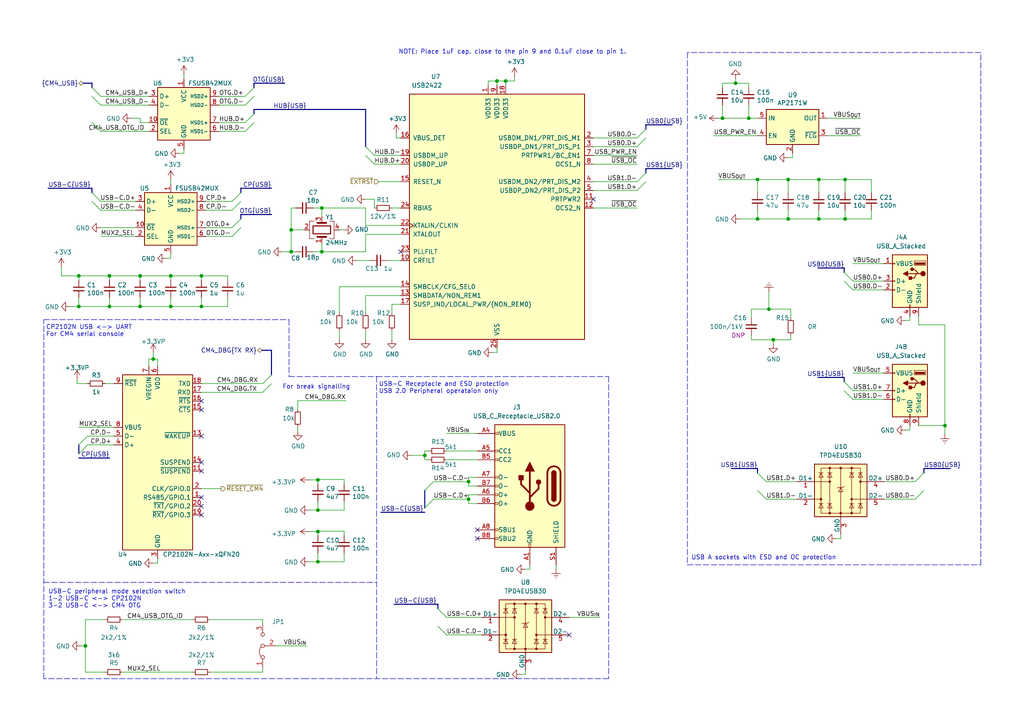
<source format=kicad_sch>
(kicad_sch (version 20210406) (generator eeschema)
  (paper "A4")
  (title_block (title "USB 2.0 host/USB 2.0 device") (date "2021-01-12") (rev "0.1") (company "Nabu Casa") (comment 1 "www.nabucasa.com") (comment 2 "Light Blue"))
  (bus_alias "I2C" (members "SDA" "SCL"))
  (bus_alias "USB" (members "D+" "D-"))
  (bus_alias "CM4_USB" (members "CM4_USB_D+" "CM4_USB_D-" "CM4_USB_OTG_ID"))
  (junction (at 22.86 80.01) (diameter 0.9144))
  (junction (at 22.86 88.9) (diameter 0.9144))
  (junction (at 24.765 187.325) (diameter 0.9144))
  (junction (at 31.75 80.01) (diameter 0.9144))
  (junction (at 31.75 88.9) (diameter 0.9144))
  (junction (at 40.64 80.01) (diameter 0.9144))
  (junction (at 40.64 88.9) (diameter 0.9144))
  (junction (at 44.45 104.14) (diameter 0.9144))
  (junction (at 49.53 80.01) (diameter 0.9144))
  (junction (at 49.53 88.9) (diameter 0.9144))
  (junction (at 58.42 80.01) (diameter 0.9144))
  (junction (at 58.42 88.9) (diameter 0.9144))
  (junction (at 84.455 66.675) (diameter 0.9144))
  (junction (at 84.455 73.025) (diameter 0.9144))
  (junction (at 92.202 139.192) (diameter 0.9144))
  (junction (at 92.202 147.955) (diameter 0.9144))
  (junction (at 92.202 154.178) (diameter 0.9144))
  (junction (at 92.202 162.941) (diameter 0.9144))
  (junction (at 93.345 60.325) (diameter 0.9144))
  (junction (at 93.345 73.025) (diameter 0.9144))
  (junction (at 123.19 132.08) (diameter 0.9144))
  (junction (at 135.89 139.7) (diameter 0.9144))
  (junction (at 135.89 144.78) (diameter 0.9144))
  (junction (at 144.145 23.495) (diameter 0.9144))
  (junction (at 146.685 23.495) (diameter 0.9144))
  (junction (at 209.55 34.29) (diameter 0.9144))
  (junction (at 213.36 24.13) (diameter 0.9144))
  (junction (at 217.17 34.29) (diameter 0.9144))
  (junction (at 219.71 52.07) (diameter 0.9144))
  (junction (at 219.71 63.5) (diameter 0.9144))
  (junction (at 223.012 89.662) (diameter 0.9144))
  (junction (at 224.282 98.552) (diameter 0.9144))
  (junction (at 228.6 52.07) (diameter 0.9144))
  (junction (at 228.6 63.5) (diameter 0.9144))
  (junction (at 237.49 52.07) (diameter 0.9144))
  (junction (at 237.49 63.5) (diameter 0.9144))
  (junction (at 245.11 52.07) (diameter 0.9144))
  (junction (at 245.11 63.5) (diameter 0.9144))
  (junction (at 274.066 123.444) (diameter 0.9144))
  (no_connect (at 58.42 116.332))
  (no_connect (at 58.42 118.872))
  (no_connect (at 58.42 126.492))
  (no_connect (at 58.42 134.112))
  (no_connect (at 58.42 136.652))
  (no_connect (at 58.42 144.272))
  (no_connect (at 58.42 146.812))
  (no_connect (at 58.42 149.352))
  (no_connect (at 116.205 73.025))
  (no_connect (at 138.43 153.67))
  (no_connect (at 138.43 156.21))
  (no_connect (at 165.1 184.15))
  (no_connect (at 172.085 57.785))
  (bus_entry (at 22.86 129.032) (size 2.54 -2.54) (stroke (width 0.1524)))
  (bus_entry (at 22.86 131.572) (size 2.54 -2.54) (stroke (width 0.1524)))
  (bus_entry (at 26.67 25.4) (size 2.54 2.54) (stroke (width 0.1524)))
  (bus_entry (at 26.67 27.94) (size 2.54 2.54) (stroke (width 0.1524)))
  (bus_entry (at 26.67 35.56) (size 2.54 2.54) (stroke (width 0.1524)))
  (bus_entry (at 26.67 55.88) (size 2.54 2.54) (stroke (width 0.1524)))
  (bus_entry (at 26.67 58.42) (size 2.54 2.54) (stroke (width 0.1524)))
  (bus_entry (at 69.85 55.88) (size -2.54 2.54) (stroke (width 0.1524)))
  (bus_entry (at 69.85 58.42) (size -2.54 2.54) (stroke (width 0.1524)))
  (bus_entry (at 69.85 63.5) (size -2.54 2.54) (stroke (width 0.1524)))
  (bus_entry (at 69.85 66.04) (size -2.54 2.54) (stroke (width 0.1524)))
  (bus_entry (at 73.66 25.4) (size -2.54 2.54) (stroke (width 0.1524)))
  (bus_entry (at 73.66 27.94) (size -2.54 2.54) (stroke (width 0.1524)))
  (bus_entry (at 73.66 33.02) (size -2.54 2.54) (stroke (width 0.1524)))
  (bus_entry (at 73.66 35.56) (size -2.54 2.54) (stroke (width 0.1524)))
  (bus_entry (at 76.2 111.252) (size 2.54 -2.54) (stroke (width 0.1524)))
  (bus_entry (at 76.2 113.792) (size 2.54 -2.54) (stroke (width 0.1524)))
  (bus_entry (at 106.045 42.545) (size 2.54 2.54) (stroke (width 0.1524)))
  (bus_entry (at 106.045 45.085) (size 2.54 2.54) (stroke (width 0.1524)))
  (bus_entry (at 123.19 142.24) (size 2.54 -2.54) (stroke (width 0.1524)))
  (bus_entry (at 123.19 147.32) (size 2.54 -2.54) (stroke (width 0.1524)))
  (bus_entry (at 127 176.53) (size 2.54 2.54) (stroke (width 0.1524)))
  (bus_entry (at 127 181.61) (size 2.54 2.54) (stroke (width 0.1524)))
  (bus_entry (at 184.785 40.005) (size 2.54 -2.54) (stroke (width 0.1524)))
  (bus_entry (at 184.785 42.545) (size 2.54 -2.54) (stroke (width 0.1524)))
  (bus_entry (at 184.785 52.705) (size 2.54 -2.54) (stroke (width 0.1524)))
  (bus_entry (at 184.785 55.245) (size 2.54 -2.54) (stroke (width 0.1524)))
  (bus_entry (at 222.25 139.7) (size -2.54 -2.54) (stroke (width 0.1524)))
  (bus_entry (at 222.25 144.78) (size -2.54 -2.54) (stroke (width 0.1524)))
  (bus_entry (at 247.396 81.534) (size -2.54 -2.54) (stroke (width 0.1524)))
  (bus_entry (at 247.396 84.074) (size -2.54 -2.54) (stroke (width 0.1524)))
  (bus_entry (at 247.396 113.284) (size -2.54 -2.54) (stroke (width 0.1524)))
  (bus_entry (at 247.396 115.824) (size -2.54 -2.54) (stroke (width 0.1524)))
  (bus_entry (at 265.43 139.7) (size 2.54 -2.54) (stroke (width 0.1524)))
  (bus_entry (at 265.43 144.78) (size 2.54 -2.54) (stroke (width 0.1524)))
  (wire (pts (xy 17.78 80.01) (xy 17.78 77.47)))
  (wire (pts (xy 17.78 80.01) (xy 22.86 80.01)))
  (wire (pts (xy 20.32 88.9) (xy 22.86 88.9)))
  (wire (pts (xy 22.352 111.252) (xy 22.352 109.982)))
  (wire (pts (xy 22.86 80.01) (xy 22.86 81.28)))
  (wire (pts (xy 22.86 80.01) (xy 31.75 80.01)))
  (wire (pts (xy 22.86 86.36) (xy 22.86 88.9)))
  (wire (pts (xy 22.86 88.9) (xy 31.75 88.9)))
  (wire (pts (xy 22.86 123.952) (xy 33.02 123.952)))
  (wire (pts (xy 23.495 187.325) (xy 24.765 187.325)))
  (wire (pts (xy 24.765 179.705) (xy 30.48 179.705)))
  (wire (pts (xy 24.765 187.325) (xy 24.765 179.705)))
  (wire (pts (xy 24.765 194.945) (xy 24.765 187.325)))
  (wire (pts (xy 25.4 111.252) (xy 22.352 111.252)))
  (wire (pts (xy 29.21 27.94) (xy 43.18 27.94)))
  (wire (pts (xy 29.21 30.48) (xy 43.18 30.48)))
  (wire (pts (xy 29.21 38.1) (xy 43.18 38.1)))
  (wire (pts (xy 29.21 66.04) (xy 39.37 66.04)))
  (wire (pts (xy 29.21 68.58) (xy 39.37 68.58)))
  (wire (pts (xy 30.48 111.252) (xy 33.02 111.252)))
  (wire (pts (xy 30.48 194.945) (xy 24.765 194.945)))
  (wire (pts (xy 31.75 80.01) (xy 31.75 81.28)))
  (wire (pts (xy 31.75 86.36) (xy 31.75 88.9)))
  (wire (pts (xy 31.75 88.9) (xy 40.64 88.9)))
  (wire (pts (xy 33.02 126.492) (xy 25.4 126.492)))
  (wire (pts (xy 33.02 129.032) (xy 25.4 129.032)))
  (wire (pts (xy 35.56 179.705) (xy 55.88 179.705)))
  (wire (pts (xy 35.56 194.945) (xy 55.88 194.945)))
  (wire (pts (xy 39.37 58.42) (xy 29.21 58.42)))
  (wire (pts (xy 39.37 60.96) (xy 29.21 60.96)))
  (wire (pts (xy 40.64 34.29) (xy 38.1 34.29)))
  (wire (pts (xy 40.64 35.56) (xy 40.64 34.29)))
  (wire (pts (xy 40.64 80.01) (xy 31.75 80.01)))
  (wire (pts (xy 40.64 80.01) (xy 40.64 81.28)))
  (wire (pts (xy 40.64 86.36) (xy 40.64 88.9)))
  (wire (pts (xy 40.64 88.9) (xy 49.53 88.9)))
  (wire (pts (xy 43.18 35.56) (xy 40.64 35.56)))
  (wire (pts (xy 43.18 104.14) (xy 44.45 104.14)))
  (wire (pts (xy 43.18 106.172) (xy 43.18 104.14)))
  (wire (pts (xy 44.45 102.362) (xy 44.45 104.14)))
  (wire (pts (xy 44.45 163.322) (xy 45.72 163.322)))
  (wire (pts (xy 45.72 104.14) (xy 44.45 104.14)))
  (wire (pts (xy 45.72 106.172) (xy 45.72 104.14)))
  (wire (pts (xy 45.72 163.322) (xy 45.72 162.052)))
  (wire (pts (xy 48.26 74.93) (xy 49.53 74.93)))
  (wire (pts (xy 49.53 52.07) (xy 49.53 53.34)))
  (wire (pts (xy 49.53 74.93) (xy 49.53 73.66)))
  (wire (pts (xy 49.53 80.01) (xy 40.64 80.01)))
  (wire (pts (xy 49.53 80.01) (xy 49.53 81.28)))
  (wire (pts (xy 49.53 80.01) (xy 58.42 80.01)))
  (wire (pts (xy 49.53 86.36) (xy 49.53 88.9)))
  (wire (pts (xy 49.53 88.9) (xy 58.42 88.9)))
  (wire (pts (xy 52.07 44.45) (xy 53.34 44.45)))
  (wire (pts (xy 53.34 21.59) (xy 53.34 22.86)))
  (wire (pts (xy 53.34 44.45) (xy 53.34 43.18)))
  (wire (pts (xy 58.42 80.01) (xy 58.42 81.28)))
  (wire (pts (xy 58.42 86.36) (xy 58.42 88.9)))
  (wire (pts (xy 58.42 88.9) (xy 66.04 88.9)))
  (wire (pts (xy 58.42 111.252) (xy 76.2 111.252)))
  (wire (pts (xy 58.42 113.792) (xy 76.2 113.792)))
  (wire (pts (xy 58.42 141.732) (xy 64.135 141.732)))
  (wire (pts (xy 59.69 58.42) (xy 67.31 58.42)))
  (wire (pts (xy 59.69 60.96) (xy 67.31 60.96)))
  (wire (pts (xy 59.69 66.04) (xy 67.31 66.04)))
  (wire (pts (xy 59.69 68.58) (xy 67.31 68.58)))
  (wire (pts (xy 60.96 194.945) (xy 76.2 194.945)))
  (wire (pts (xy 63.5 27.94) (xy 71.12 27.94)))
  (wire (pts (xy 63.5 30.48) (xy 71.12 30.48)))
  (wire (pts (xy 63.5 35.56) (xy 71.12 35.56)))
  (wire (pts (xy 63.5 38.1) (xy 71.12 38.1)))
  (wire (pts (xy 66.04 80.01) (xy 58.42 80.01)))
  (wire (pts (xy 66.04 80.01) (xy 66.04 81.28)))
  (wire (pts (xy 66.04 86.36) (xy 66.04 88.9)))
  (wire (pts (xy 76.2 179.705) (xy 60.96 179.705)))
  (wire (pts (xy 76.2 180.975) (xy 76.2 179.705)))
  (wire (pts (xy 76.2 194.945) (xy 76.2 193.675)))
  (wire (pts (xy 81.915 73.025) (xy 84.455 73.025)))
  (wire (pts (xy 84.455 60.325) (xy 84.455 66.675)))
  (wire (pts (xy 84.455 66.675) (xy 84.455 73.025)))
  (wire (pts (xy 84.455 66.675) (xy 88.265 66.675)))
  (wire (pts (xy 84.455 73.025) (xy 85.725 73.025)))
  (wire (pts (xy 85.725 60.325) (xy 84.455 60.325)))
  (wire (pts (xy 86.36 116.205) (xy 86.36 118.745)))
  (wire (pts (xy 86.36 116.205) (xy 100.33 116.205)))
  (wire (pts (xy 86.36 123.825) (xy 86.36 125.095)))
  (wire (pts (xy 88.9 187.325) (xy 80.01 187.325)))
  (wire (pts (xy 89.662 139.192) (xy 92.202 139.192)))
  (wire (pts (xy 89.662 147.955) (xy 92.202 147.955)))
  (wire (pts (xy 89.662 154.178) (xy 92.202 154.178)))
  (wire (pts (xy 89.662 162.941) (xy 92.202 162.941)))
  (wire (pts (xy 90.805 60.325) (xy 93.345 60.325)))
  (wire (pts (xy 90.805 73.025) (xy 93.345 73.025)))
  (wire (pts (xy 92.202 139.065) (xy 92.202 139.192)))
  (wire (pts (xy 92.202 139.192) (xy 92.202 140.335)))
  (wire (pts (xy 92.202 145.415) (xy 92.202 147.955)))
  (wire (pts (xy 92.202 147.955) (xy 99.822 147.955)))
  (wire (pts (xy 92.202 154.051) (xy 92.202 154.178)))
  (wire (pts (xy 92.202 154.178) (xy 92.202 155.321)))
  (wire (pts (xy 92.202 160.401) (xy 92.202 162.941)))
  (wire (pts (xy 92.202 162.941) (xy 99.822 162.941)))
  (wire (pts (xy 93.345 60.325) (xy 93.345 62.865)))
  (wire (pts (xy 93.345 60.325) (xy 106.045 60.325)))
  (wire (pts (xy 93.345 70.485) (xy 93.345 73.025)))
  (wire (pts (xy 93.345 73.025) (xy 106.045 73.025)))
  (wire (pts (xy 98.425 66.675) (xy 99.695 66.675)))
  (wire (pts (xy 98.425 83.185) (xy 98.425 90.805)))
  (wire (pts (xy 98.425 95.885) (xy 98.425 98.425)))
  (wire (pts (xy 99.822 139.065) (xy 92.202 139.065)))
  (wire (pts (xy 99.822 140.335) (xy 99.822 139.065)))
  (wire (pts (xy 99.822 145.415) (xy 99.822 147.955)))
  (wire (pts (xy 99.822 154.051) (xy 92.202 154.051)))
  (wire (pts (xy 99.822 155.321) (xy 99.822 154.051)))
  (wire (pts (xy 99.822 160.401) (xy 99.822 162.941)))
  (wire (pts (xy 103.505 75.565) (xy 107.315 75.565)))
  (wire (pts (xy 106.045 65.405) (xy 106.045 60.325)))
  (wire (pts (xy 106.045 67.945) (xy 106.045 73.025)))
  (wire (pts (xy 106.045 85.725) (xy 106.045 90.805)))
  (wire (pts (xy 106.045 85.725) (xy 116.205 85.725)))
  (wire (pts (xy 106.045 95.885) (xy 106.045 98.425)))
  (wire (pts (xy 108.585 45.085) (xy 116.205 45.085)))
  (wire (pts (xy 108.585 47.625) (xy 116.205 47.625)))
  (wire (pts (xy 108.585 57.785) (xy 106.045 57.785)))
  (wire (pts (xy 108.585 60.325) (xy 108.585 57.785)))
  (wire (pts (xy 109.855 52.705) (xy 116.205 52.705)))
  (wire (pts (xy 112.395 75.565) (xy 116.205 75.565)))
  (wire (pts (xy 113.665 60.325) (xy 116.205 60.325)))
  (wire (pts (xy 113.665 88.265) (xy 113.665 90.805)))
  (wire (pts (xy 113.665 95.885) (xy 113.665 98.425)))
  (wire (pts (xy 114.935 38.735) (xy 114.935 40.005)))
  (wire (pts (xy 116.205 40.005) (xy 114.935 40.005)))
  (wire (pts (xy 116.205 65.405) (xy 106.045 65.405)))
  (wire (pts (xy 116.205 67.945) (xy 106.045 67.945)))
  (wire (pts (xy 116.205 83.185) (xy 98.425 83.185)))
  (wire (pts (xy 116.205 88.265) (xy 113.665 88.265)))
  (wire (pts (xy 119.38 132.08) (xy 123.19 132.08)))
  (wire (pts (xy 123.19 130.81) (xy 123.19 132.08)))
  (wire (pts (xy 123.19 132.08) (xy 123.19 133.35)))
  (wire (pts (xy 123.19 133.35) (xy 124.46 133.35)))
  (wire (pts (xy 124.46 130.81) (xy 123.19 130.81)))
  (wire (pts (xy 125.73 139.7) (xy 135.89 139.7)))
  (wire (pts (xy 125.73 144.78) (xy 135.89 144.78)))
  (wire (pts (xy 129.54 125.73) (xy 138.43 125.73)))
  (wire (pts (xy 129.54 130.81) (xy 138.43 130.81)))
  (wire (pts (xy 129.54 133.35) (xy 138.43 133.35)))
  (wire (pts (xy 129.54 179.07) (xy 139.7 179.07)))
  (wire (pts (xy 129.54 184.15) (xy 139.7 184.15)))
  (wire (pts (xy 135.89 139.7) (xy 135.89 138.43)))
  (wire (pts (xy 135.89 140.97) (xy 135.89 139.7)))
  (wire (pts (xy 135.89 140.97) (xy 138.43 140.97)))
  (wire (pts (xy 135.89 144.78) (xy 135.89 143.51)))
  (wire (pts (xy 135.89 146.05) (xy 135.89 144.78)))
  (wire (pts (xy 135.89 146.05) (xy 138.43 146.05)))
  (wire (pts (xy 138.43 138.43) (xy 135.89 138.43)))
  (wire (pts (xy 138.43 143.51) (xy 135.89 143.51)))
  (wire (pts (xy 141.605 23.495) (xy 144.145 23.495)))
  (wire (pts (xy 141.605 24.765) (xy 141.605 23.495)))
  (wire (pts (xy 142.875 102.235) (xy 144.145 102.235)))
  (wire (pts (xy 144.145 23.495) (xy 144.145 24.765)))
  (wire (pts (xy 144.145 23.495) (xy 146.685 23.495)))
  (wire (pts (xy 144.145 102.235) (xy 144.145 100.965)))
  (wire (pts (xy 146.685 23.495) (xy 146.685 24.765)))
  (wire (pts (xy 146.685 23.495) (xy 149.225 23.495)))
  (wire (pts (xy 149.225 22.225) (xy 149.225 23.495)))
  (wire (pts (xy 151.13 195.58) (xy 152.4 195.58)))
  (wire (pts (xy 152.4 165.1) (xy 153.67 165.1)))
  (wire (pts (xy 152.4 195.58) (xy 152.4 194.31)))
  (wire (pts (xy 153.67 165.1) (xy 153.67 163.83)))
  (wire (pts (xy 161.29 163.83) (xy 161.29 165.1)))
  (wire (pts (xy 172.085 40.005) (xy 184.785 40.005)))
  (wire (pts (xy 172.085 42.545) (xy 184.785 42.545)))
  (wire (pts (xy 172.085 45.085) (xy 184.785 45.085)))
  (wire (pts (xy 172.085 47.625) (xy 184.785 47.625)))
  (wire (pts (xy 172.085 52.705) (xy 184.785 52.705)))
  (wire (pts (xy 172.085 55.245) (xy 184.785 55.245)))
  (wire (pts (xy 172.085 60.325) (xy 184.785 60.325)))
  (wire (pts (xy 173.99 179.07) (xy 165.1 179.07)))
  (wire (pts (xy 208.28 34.29) (xy 209.55 34.29)))
  (wire (pts (xy 208.28 52.07) (xy 219.71 52.07)))
  (wire (pts (xy 209.55 24.13) (xy 209.55 25.4)))
  (wire (pts (xy 209.55 30.48) (xy 209.55 34.29)))
  (wire (pts (xy 209.55 34.29) (xy 217.17 34.29)))
  (wire (pts (xy 213.36 22.86) (xy 213.36 24.13)))
  (wire (pts (xy 213.36 24.13) (xy 209.55 24.13)))
  (wire (pts (xy 214.63 63.5) (xy 219.71 63.5)))
  (wire (pts (xy 217.17 24.13) (xy 213.36 24.13)))
  (wire (pts (xy 217.17 25.4) (xy 217.17 24.13)))
  (wire (pts (xy 217.17 30.48) (xy 217.17 34.29)))
  (wire (pts (xy 217.17 34.29) (xy 219.71 34.29)))
  (wire (pts (xy 217.932 89.662) (xy 217.932 92.202)))
  (wire (pts (xy 217.932 97.282) (xy 217.932 98.552)))
  (wire (pts (xy 217.932 98.552) (xy 224.282 98.552)))
  (wire (pts (xy 219.71 39.37) (xy 207.01 39.37)))
  (wire (pts (xy 219.71 52.07) (xy 219.71 55.88)))
  (wire (pts (xy 219.71 52.07) (xy 228.6 52.07)))
  (wire (pts (xy 219.71 60.96) (xy 219.71 63.5)))
  (wire (pts (xy 219.71 63.5) (xy 228.6 63.5)))
  (wire (pts (xy 222.25 139.7) (xy 231.14 139.7)))
  (wire (pts (xy 222.25 144.78) (xy 231.14 144.78)))
  (wire (pts (xy 223.012 84.582) (xy 223.012 89.662)))
  (wire (pts (xy 223.012 89.662) (xy 217.932 89.662)))
  (wire (pts (xy 224.282 98.552) (xy 224.282 99.822)))
  (wire (pts (xy 224.282 98.552) (xy 229.362 98.552)))
  (wire (pts (xy 228.6 45.72) (xy 229.87 45.72)))
  (wire (pts (xy 228.6 52.07) (xy 228.6 55.88)))
  (wire (pts (xy 228.6 52.07) (xy 237.49 52.07)))
  (wire (pts (xy 228.6 60.96) (xy 228.6 63.5)))
  (wire (pts (xy 228.6 63.5) (xy 237.49 63.5)))
  (wire (pts (xy 229.362 89.662) (xy 223.012 89.662)))
  (wire (pts (xy 229.362 92.202) (xy 229.362 89.662)))
  (wire (pts (xy 229.362 98.552) (xy 229.362 97.282)))
  (wire (pts (xy 229.87 45.72) (xy 229.87 44.45)))
  (wire (pts (xy 237.49 52.07) (xy 237.49 55.88)))
  (wire (pts (xy 237.49 52.07) (xy 245.11 52.07)))
  (wire (pts (xy 237.49 60.96) (xy 237.49 63.5)))
  (wire (pts (xy 237.49 63.5) (xy 245.11 63.5)))
  (wire (pts (xy 240.03 34.29) (xy 249.682 34.29)))
  (wire (pts (xy 240.03 39.37) (xy 249.682 39.37)))
  (wire (pts (xy 242.57 156.21) (xy 243.84 156.21)))
  (wire (pts (xy 243.84 156.21) (xy 243.84 154.94)))
  (wire (pts (xy 245.11 52.07) (xy 245.11 55.88)))
  (wire (pts (xy 245.11 60.96) (xy 245.11 63.5)))
  (wire (pts (xy 245.11 63.5) (xy 252.73 63.5)))
  (wire (pts (xy 247.396 76.454) (xy 256.286 76.454)))
  (wire (pts (xy 247.396 81.534) (xy 256.286 81.534)))
  (wire (pts (xy 247.396 84.074) (xy 256.286 84.074)))
  (wire (pts (xy 247.396 108.204) (xy 256.286 108.204)))
  (wire (pts (xy 247.396 113.284) (xy 256.286 113.284)))
  (wire (pts (xy 247.396 115.824) (xy 256.286 115.824)))
  (wire (pts (xy 252.73 52.07) (xy 245.11 52.07)))
  (wire (pts (xy 252.73 55.88) (xy 252.73 52.07)))
  (wire (pts (xy 252.73 63.5) (xy 252.73 60.96)))
  (wire (pts (xy 262.636 92.964) (xy 263.906 92.964)))
  (wire (pts (xy 262.636 124.714) (xy 263.906 124.714)))
  (wire (pts (xy 263.906 92.964) (xy 263.906 91.694)))
  (wire (pts (xy 263.906 124.714) (xy 263.906 123.444)))
  (wire (pts (xy 265.43 139.7) (xy 256.54 139.7)))
  (wire (pts (xy 265.43 144.78) (xy 256.54 144.78)))
  (wire (pts (xy 266.446 91.694) (xy 266.446 94.234)))
  (wire (pts (xy 266.446 94.234) (xy 274.066 94.234)))
  (wire (pts (xy 266.446 123.444) (xy 274.066 123.444)))
  (wire (pts (xy 274.066 94.234) (xy 274.066 123.444)))
  (wire (pts (xy 274.066 123.444) (xy 274.066 125.984)))
  (bus (pts (xy 22.86 129.032) (xy 22.86 132.842)))
  (bus (pts (xy 22.86 132.842) (xy 31.75 132.842)))
  (bus (pts (xy 24.13 24.13) (xy 26.67 24.13)))
  (bus (pts (xy 26.67 24.13) (xy 26.67 35.56)))
  (bus (pts (xy 26.67 54.61) (xy 13.97 54.61)))
  (bus (pts (xy 26.67 54.61) (xy 26.67 58.42)))
  (bus (pts (xy 69.85 54.61) (xy 69.85 58.42)))
  (bus (pts (xy 69.85 54.61) (xy 78.74 54.61)))
  (bus (pts (xy 69.85 62.23) (xy 69.85 66.04)))
  (bus (pts (xy 69.85 62.23) (xy 78.74 62.23)))
  (bus (pts (xy 73.66 24.13) (xy 73.66 27.94)))
  (bus (pts (xy 73.66 24.13) (xy 82.55 24.13)))
  (bus (pts (xy 73.66 31.75) (xy 73.66 35.56)))
  (bus (pts (xy 73.66 31.75) (xy 106.045 31.75)))
  (bus (pts (xy 75.946 101.6) (xy 78.74 101.6)))
  (bus (pts (xy 78.74 101.6) (xy 78.74 111.252)))
  (bus (pts (xy 106.045 31.75) (xy 106.045 45.085)))
  (bus (pts (xy 123.19 142.24) (xy 123.19 148.59)))
  (bus (pts (xy 123.19 148.59) (xy 110.49 148.59)))
  (bus (pts (xy 127 175.26) (xy 114.3 175.26)))
  (bus (pts (xy 127 175.26) (xy 127 181.61)))
  (bus (pts (xy 187.325 36.195) (xy 187.325 40.005)))
  (bus (pts (xy 187.325 36.195) (xy 194.945 36.195)))
  (bus (pts (xy 187.325 48.895) (xy 187.325 52.705)))
  (bus (pts (xy 187.325 48.895) (xy 194.945 48.895)))
  (bus (pts (xy 219.71 135.89) (xy 212.09 135.89)))
  (bus (pts (xy 219.71 135.89) (xy 219.71 142.24)))
  (bus (pts (xy 244.856 77.724) (xy 237.236 77.724)))
  (bus (pts (xy 244.856 77.724) (xy 244.856 81.534)))
  (bus (pts (xy 244.856 109.474) (xy 237.236 109.474)))
  (bus (pts (xy 244.856 109.474) (xy 244.856 113.284)))
  (bus (pts (xy 267.97 135.89) (xy 267.97 142.24)))
  (bus (pts (xy 267.97 135.89) (xy 275.59 135.89)))
  (polyline (pts (xy 12.7 92.71) (xy 83.82 92.71)) (stroke (width 0) (type dash)))
  (polyline (pts (xy 12.7 168.91) (xy 109.22 168.91)) (stroke (width 0) (type dash)))
  (polyline (pts (xy 12.7 196.85) (xy 12.7 92.71)) (stroke (width 0) (type dash)))
  (polyline (pts (xy 83.82 92.71) (xy 83.82 109.22)) (stroke (width 0) (type dash)))
  (polyline (pts (xy 83.82 109.22) (xy 109.22 109.22)) (stroke (width 0) (type dash)))
  (polyline (pts (xy 88.9 196.85) (xy 12.7 196.85)) (stroke (width 0) (type dash)))
  (polyline (pts (xy 109.22 109.22) (xy 109.22 196.85)) (stroke (width 0) (type dash)))
  (polyline (pts (xy 109.22 109.22) (xy 176.53 109.22)) (stroke (width 0) (type dash)))
  (polyline (pts (xy 176.53 109.22) (xy 176.53 196.85)) (stroke (width 0) (type dash)))
  (polyline (pts (xy 176.53 196.85) (xy 88.9 196.85)) (stroke (width 0) (type dash)))
  (polyline (pts (xy 199.39 15.24) (xy 199.39 163.83)) (stroke (width 0) (type dash)))
  (polyline (pts (xy 199.39 163.83) (xy 284.48 163.83)) (stroke (width 0) (type dash)))
  (polyline (pts (xy 284.48 15.24) (xy 199.39 15.24)) (stroke (width 0) (type dash)))
  (polyline (pts (xy 284.48 163.83) (xy 284.48 15.24)) (stroke (width 0) (type dash)))
  (text "CP2102N USB <-> UART\nFor CM4 serial console" (at 13.335 97.79 0) (effects (font (size 1.27 1.27)) (justify left bottom)))
  (text "USB-C peripheral mode selection switch\n1-2 USB-C <-> CP2102N\n3-2 USB-C <-> CM4 OTG" (at 13.97 176.53 0) (effects (font (size 1.27 1.27)) (justify left bottom)))
  (text "For break signalling" (at 81.915 113.03 0) (effects (font (size 1.27 1.27)) (justify left bottom)))
  (text "USB-C Receptacle and ESD protection\nUSB 2.0 Peripheral operataion only" (at 109.855 114.3 0) (effects (font (size 1.27 1.27)) (justify left bottom)))
  (text "NOTE: Place 1uF cap. close to the pin 9 and 0.1uF close to pin 1." (at 115.57 15.875 0) (effects (font (size 1.27 1.27)) (justify left bottom)))
  (text "USB A sockets with ESD and OC protection" (at 242.57 162.56 180) (effects (font (size 1.27 1.27)) (justify right bottom)))
  (label "USB-C{USB}" (at 13.97 54.61 0))
  (label "MUX2_SEL" (at 22.86 123.952 0))
  (label "MUX2_SEL" (at 29.21 68.58 0))
  (label "CM4_USB_D+" (at 30.48 27.94 0))
  (label "CM4_USB_D-" (at 30.48 30.48 0))
  (label "CP{USB}" (at 31.75 132.842 180))
  (label "CP.D-" (at 32.385 126.492 180))
  (label "CP.D+" (at 32.385 129.032 180))
  (label "CM4_USB_OTG_ID" (at 36.83 179.705 0))
  (label "MUX2_SEL" (at 36.83 194.945 0))
  (label "USB-C.D+" (at 39.37 58.42 180))
  (label "USB-C.D-" (at 39.37 60.96 180))
  (label "CM4_USB_OTG_ID" (at 41.91 38.1 180))
  (label "CP.D+" (at 59.69 58.42 0))
  (label "CP.D-" (at 59.69 60.96 0))
  (label "OTG.D+" (at 59.69 66.04 0))
  (label "OTG.D-" (at 59.69 68.58 0))
  (label "CM4_DBG.RX" (at 62.865 111.252 0))
  (label "CM4_DBG.TX" (at 62.865 113.792 0))
  (label "OTG.D+" (at 63.5 27.94 0))
  (label "OTG.D-" (at 63.5 30.48 0))
  (label "HUB.D+" (at 63.5 35.56 0))
  (label "HUB.D-" (at 63.5 38.1 0))
  (label "CP{USB}" (at 78.74 54.61 180))
  (label "OTG{USB}" (at 78.74 62.23 180))
  (label "OTG{USB}" (at 82.55 24.13 180))
  (label "HUB{USB}" (at 88.9 31.75 180))
  (label "VBUS_{IN}" (at 88.9 187.325 180))
  (label "CM4_DBG.RX" (at 100.33 116.205 180))
  (label "HUB.D-" (at 108.585 45.085 0))
  (label "HUB.D+" (at 108.585 47.625 0))
  (label "USB-C{USB}" (at 110.49 148.59 0))
  (label "USB-C{USB}" (at 114.3 175.26 0))
  (label "USB-C.D-" (at 125.73 139.7 0))
  (label "USB-C.D+" (at 125.73 144.78 0))
  (label "VBUS_{IN}" (at 129.54 125.73 0))
  (label "USB-C.D+" (at 129.54 179.07 0))
  (label "USB-C.D-" (at 129.54 184.15 0))
  (label "VBUS_{IN}" (at 173.99 179.07 180))
  (label "USB0.D-" (at 184.785 40.005 180))
  (label "USB0.D+" (at 184.785 42.545 180))
  (label "USB_PWR_EN" (at 184.785 45.085 180))
  (label "~USB_OC" (at 184.785 47.625 180))
  (label "USB1.D-" (at 184.785 52.705 180))
  (label "USB1.D+" (at 184.785 55.245 180))
  (label "~USB_OC" (at 184.785 60.325 180))
  (label "USB0{USB}" (at 187.325 36.195 0))
  (label "USB1{USB}" (at 187.325 48.895 0))
  (label "USB_PWR_EN" (at 207.01 39.37 0))
  (label "VBUS_{OUT}" (at 208.28 52.07 0))
  (label "USB1{USB}" (at 219.71 135.89 180))
  (label "USB1.D+" (at 222.25 139.7 0))
  (label "USB1.D-" (at 222.25 144.78 0))
  (label "USB0{USB}" (at 244.856 77.724 180))
  (label "USB1{USB}" (at 244.856 109.474 180))
  (label "VBUS_{OUT}" (at 247.396 76.454 0))
  (label "USB0.D+" (at 247.396 81.534 0))
  (label "USB0.D-" (at 247.396 84.074 0))
  (label "VBUS_{OUT}" (at 247.396 108.204 0))
  (label "USB1.D+" (at 247.396 113.284 0))
  (label "USB1.D-" (at 247.396 115.824 0))
  (label "VBUS_{OUT}" (at 249.682 34.29 180))
  (label "~USB_OC" (at 249.682 39.37 180))
  (label "USB0.D+" (at 265.43 139.7 180))
  (label "USB0.D-" (at 265.43 144.78 180))
  (label "USB0{USB}" (at 267.97 135.89 0))
  (hierarchical_label "{CM4_USB}" (shape bidirectional) (at 24.13 24.13 180))
  (hierarchical_label "~RESET_CM4" (shape output) (at 64.135 141.732 0))
  (hierarchical_label "CM4_DBG{TX RX}" (shape bidirectional) (at 75.946 101.6 180))
  (hierarchical_label "~EXTRST" (shape input) (at 109.855 52.705 180))
  (symbol (lib_id "power:+3V3") (at 17.78 77.47 0) (unit 1)
    (property "Reference" "#PWR018" (effects hide))
    (property "Value" "+3V3" (at 18.1483 73.1456 0))
  )
  (symbol (lib_id "power:+3.3VP") (at 22.352 109.982 0) (unit 1)
    (property "Reference" "#PWR0190" (effects hide))
    (property "Value" "+3.3VP" (at 22.352 106.68 0))
  )
  (symbol (lib_id "power:+3.3VP") (at 44.45 102.362 0) (unit 1)
    (property "Reference" "#PWR0193" (effects hide))
    (property "Value" "+3.3VP" (at 44.45 99.06 0))
  )
  (symbol (lib_id "power:+3V3") (at 49.53 52.07 0) (unit 1)
    (property "Reference" "#PWR025" (effects hide))
    (property "Value" "+3V3" (at 49.8983 47.7456 0))
  )
  (symbol (lib_id "power:+3V3") (at 53.34 21.59 0) (unit 1)
    (property "Reference" "#PWR027" (effects hide))
    (property "Value" "+3V3" (at 53.7083 17.2656 0))
  )
  (symbol (lib_id "power:+3.3VP") (at 89.662 139.192 90) (unit 1)
    (property "Reference" "#PWR0191" (effects hide))
    (property "Value" "+3.3VP" (at 85.852 139.8269 90) (effects (justify left)))
  )
  (symbol (lib_id "power:+3.3VP") (at 89.662 154.178 90) (unit 1)
    (property "Reference" "#PWR0192" (effects hide))
    (property "Value" "+3.3VP" (at 85.852 154.8129 90) (effects (justify left)))
  )
  (symbol (lib_id "power:+3V3") (at 114.935 38.735 0) (unit 1)
    (property "Reference" "#PWR038" (effects hide))
    (property "Value" "+3V3" (at 115.3033 34.4106 0))
  )
  (symbol (lib_id "power:+3V3") (at 149.225 22.225 0) (unit 1)
    (property "Reference" "#PWR041" (effects hide))
    (property "Value" "+3V3" (at 149.5933 17.9006 0))
  )
  (symbol (lib_id "power:+5V") (at 208.28 34.29 90) (unit 1)
    (property "Reference" "#PWR045" (effects hide))
    (property "Value" "+5V" (at 205.105 33.9217 90) (effects (justify left)))
  )
  (symbol (lib_id "power:GND") (at 20.32 88.9 270) (unit 1)
    (property "Reference" "#PWR019" (effects hide))
    (property "Value" "GND" (at 17.145 89.0143 90) (effects (justify right)))
  )
  (symbol (lib_id "power:GND") (at 23.495 187.325 270) (unit 1)
    (property "Reference" "#PWR020" (effects hide))
    (property "Value" "GND" (at 20.32 187.4393 90) (effects (justify right)))
  )
  (symbol (lib_id "power:GND") (at 29.21 66.04 270) (unit 1)
    (property "Reference" "#PWR021" (effects hide))
    (property "Value" "GND" (at 26.035 66.1543 90) (effects (justify right)))
  )
  (symbol (lib_id "power:GND") (at 38.1 34.29 270) (unit 1)
    (property "Reference" "#PWR022" (effects hide))
    (property "Value" "GND" (at 34.925 34.4043 90) (effects (justify right)))
  )
  (symbol (lib_id "power:GND") (at 44.45 163.322 270) (unit 1)
    (property "Reference" "#PWR023" (effects hide))
    (property "Value" "GND" (at 41.275 163.4363 90) (effects (justify right)))
  )
  (symbol (lib_id "power:GND") (at 48.26 74.93 270) (unit 1)
    (property "Reference" "#PWR024" (effects hide))
    (property "Value" "GND" (at 45.085 75.0443 90) (effects (justify right)))
  )
  (symbol (lib_id "power:GND") (at 52.07 44.45 270) (unit 1)
    (property "Reference" "#PWR026" (effects hide))
    (property "Value" "GND" (at 48.895 44.5643 90) (effects (justify right)))
  )
  (symbol (lib_id "power:GND") (at 81.915 73.025 270) (unit 1)
    (property "Reference" "#PWR028" (effects hide))
    (property "Value" "GND" (at 78.74 73.1393 90) (effects (justify right)))
  )
  (symbol (lib_id "power:GND") (at 86.36 125.095 0) (unit 1)
    (property "Reference" "#PWR029" (effects hide))
    (property "Value" "GND" (at 86.4743 129.4194 0))
  )
  (symbol (lib_id "power:GND") (at 89.662 147.955 270) (unit 1)
    (property "Reference" "#PWR030" (effects hide))
    (property "Value" "GND" (at 86.487 148.0693 90) (effects (justify right)))
  )
  (symbol (lib_id "power:GND") (at 89.662 162.941 270) (unit 1)
    (property "Reference" "#PWR031" (effects hide))
    (property "Value" "GND" (at 86.487 163.0553 90) (effects (justify right)))
  )
  (symbol (lib_id "power:GND") (at 98.425 98.425 0) (unit 1)
    (property "Reference" "#PWR032" (effects hide))
    (property "Value" "GND" (at 98.5393 102.7494 0))
  )
  (symbol (lib_id "power:GND") (at 99.695 66.675 90) (unit 1)
    (property "Reference" "#PWR033" (effects hide))
    (property "Value" "GND" (at 102.8701 66.5607 90) (effects (justify right)))
  )
  (symbol (lib_id "power:GND") (at 103.505 75.565 270) (unit 1)
    (property "Reference" "#PWR034" (effects hide))
    (property "Value" "GND" (at 100.33 75.6793 90) (effects (justify right)))
  )
  (symbol (lib_id "power:GND") (at 106.045 57.785 270) (unit 1)
    (property "Reference" "#PWR035" (effects hide))
    (property "Value" "GND" (at 102.87 57.8993 90) (effects (justify right)))
  )
  (symbol (lib_id "power:GND") (at 106.045 98.425 0) (unit 1)
    (property "Reference" "#PWR036" (effects hide))
    (property "Value" "GND" (at 106.1593 102.7494 0))
  )
  (symbol (lib_id "power:GND") (at 113.665 98.425 0) (unit 1)
    (property "Reference" "#PWR037" (effects hide))
    (property "Value" "GND" (at 113.7793 102.7494 0))
  )
  (symbol (lib_id "power:GND") (at 119.38 132.08 270) (mirror x) (unit 1)
    (property "Reference" "#PWR039" (effects hide))
    (property "Value" "GND" (at 116.205 131.9657 90) (effects (justify right)))
  )
  (symbol (lib_id "power:GND") (at 142.875 102.235 270) (unit 1)
    (property "Reference" "#PWR040" (effects hide))
    (property "Value" "GND" (at 139.7 102.3493 90) (effects (justify right)))
  )
  (symbol (lib_id "power:GND") (at 151.13 195.58 270) (unit 1)
    (property "Reference" "#PWR042" (effects hide))
    (property "Value" "GND" (at 147.955 195.6943 90) (effects (justify right)))
  )
  (symbol (lib_id "power:GND") (at 152.4 165.1 270) (unit 1)
    (property "Reference" "#PWR043" (effects hide))
    (property "Value" "GND" (at 149.225 165.2143 90) (effects (justify right)))
  )
  (symbol (lib_id "power:Earth") (at 161.29 165.1 0) (unit 1)
    (property "Reference" "#PWR044" (effects hide))
    (property "Value" "Earth" (effects hide))
  )
  (symbol (lib_id "power:GND") (at 213.36 22.86 180) (unit 1)
    (property "Reference" "#PWR046" (effects hide))
    (property "Value" "GND" (at 213.2457 18.5356 0))
  )
  (symbol (lib_id "power:GND") (at 214.63 63.5 270) (unit 1)
    (property "Reference" "#PWR047" (effects hide))
    (property "Value" "GND" (at 211.455 63.6143 90) (effects (justify right)))
  )
  (symbol (lib_id "power:Earth") (at 223.012 84.582 180) (unit 1)
    (property "Reference" "#PWR048" (effects hide))
    (property "Value" "Earth" (effects hide))
  )
  (symbol (lib_id "power:GND") (at 224.282 99.822 0) (unit 1)
    (property "Reference" "#PWR049" (effects hide))
    (property "Value" "GND" (at 224.3963 104.1464 0))
  )
  (symbol (lib_id "power:GND") (at 228.6 45.72 270) (unit 1)
    (property "Reference" "#PWR050" (effects hide))
    (property "Value" "GND" (at 225.425 45.8343 90) (effects (justify right)))
  )
  (symbol (lib_id "power:GND") (at 242.57 156.21 270) (unit 1)
    (property "Reference" "#PWR051" (effects hide))
    (property "Value" "GND" (at 239.395 156.3243 90) (effects (justify right)))
  )
  (symbol (lib_id "power:GND") (at 262.636 92.964 270) (unit 1)
    (property "Reference" "#PWR052" (effects hide))
    (property "Value" "GND" (at 259.461 93.0783 90) (effects (justify right)))
  )
  (symbol (lib_id "power:GND") (at 262.636 124.714 270) (unit 1)
    (property "Reference" "#PWR053" (effects hide))
    (property "Value" "GND" (at 259.461 124.8283 90) (effects (justify right)))
  )
  (symbol (lib_id "power:Earth") (at 274.066 125.984 0) (unit 1)
    (property "Reference" "#PWR054" (effects hide))
    (property "Value" "Earth" (effects hide))
  )
  (symbol (lib_id "Device:R_Small") (at 27.94 111.252 90) (unit 1)
    (property "Reference" "R3" (at 27.94 108.8452 90))
    (property "Value" "1k" (at 27.94 113.684 90))
    (property "Footprint" "Resistor_SMD:R_0402_1005Metric" (effects hide))
  )
  (symbol (lib_id "Device:R_Small") (at 33.02 179.705 270) (unit 1)
    (property "Reference" "R4" (at 33.02 182.1118 90))
    (property "Value" "2k2/1%" (at 33.02 184.893 90))
    (property "Footprint" "Resistor_SMD:R_0402_1005Metric" (effects hide))
  )
  (symbol (lib_id "Device:R_Small") (at 33.02 194.945 270) (unit 1)
    (property "Reference" "R5" (at 33.02 192.2718 90))
    (property "Value" "3k6" (at 33.02 189.973 90))
    (property "Footprint" "Resistor_SMD:R_0402_1005Metric" (effects hide))
  )
  (symbol (lib_id "Device:R_Small") (at 58.42 179.705 270) (unit 1)
    (property "Reference" "R6" (at 58.42 182.1118 90))
    (property "Value" "2k2/1%" (at 58.42 184.893 90))
    (property "Footprint" "Resistor_SMD:R_0402_1005Metric" (effects hide))
  )
  (symbol (lib_id "Device:R_Small") (at 58.42 194.945 270) (unit 1)
    (property "Reference" "R7" (at 58.42 192.2718 90))
    (property "Value" "2k2/1%" (at 58.42 189.973 90))
    (property "Footprint" "Resistor_SMD:R_0402_1005Metric" (effects hide))
  )
  (symbol (lib_id "Device:R_Small") (at 86.36 121.285 180) (unit 1)
    (property "Reference" "R8" (at 83.9532 118.745 0))
    (property "Value" "10k" (at 83.712 121.285 0))
    (property "Footprint" "Resistor_SMD:R_0402_1005Metric" (effects hide))
  )
  (symbol (lib_id "Device:R_Small") (at 98.425 93.345 180) (unit 1)
    (property "Reference" "R9" (at 96.0182 90.805 0))
    (property "Value" "10k" (at 94.507 93.345 0))
    (property "Footprint" "Resistor_SMD:R_0402_1005Metric" (effects hide))
  )
  (symbol (lib_id "Device:R_Small") (at 106.045 93.345 180) (unit 1)
    (property "Reference" "R10" (at 103.6382 90.805 0))
    (property "Value" "10k" (at 102.127 93.345 0))
    (property "Footprint" "Resistor_SMD:R_0402_1005Metric" (effects hide))
  )
  (symbol (lib_id "Device:R_Small") (at 111.125 60.325 90) (unit 1)
    (property "Reference" "R11" (at 111.125 57.9182 90))
    (property "Value" "12k/1%" (at 111.125 62.757 90))
    (property "Footprint" "Resistor_SMD:R_0402_1005Metric" (effects hide))
  )
  (symbol (lib_id "Device:R_Small") (at 113.665 93.345 180) (unit 1)
    (property "Reference" "R12" (at 111.2582 90.805 0))
    (property "Value" "10k" (at 109.747 93.345 0))
    (property "Footprint" "Resistor_SMD:R_0402_1005Metric" (effects hide))
  )
  (symbol (lib_id "Device:R_Small") (at 127 130.81 90) (mirror x) (unit 1)
    (property "Reference" "R13" (at 127 128.1368 90))
    (property "Value" "5k1" (at 130.81 129.648 90))
    (property "Footprint" "Resistor_SMD:R_0402_1005Metric" (effects hide))
  )
  (symbol (lib_id "Device:R_Small") (at 127 133.35 90) (mirror x) (unit 1)
    (property "Reference" "R14" (at 127 135.7568 90))
    (property "Value" "5k1" (at 130.81 134.728 90))
    (property "Footprint" "Resistor_SMD:R_0402_1005Metric" (effects hide))
  )
  (symbol (lib_id "Device:R_Small") (at 229.362 94.742 180) (unit 1)
    (property "Reference" "R15" (at 226.9552 92.202 0))
    (property "Value" "0R" (at 235.604 94.742 0))
    (property "Footprint" "Resistor_SMD:R_1206_3216Metric" (effects hide))
  )
  (symbol (lib_id "Device:C_Small") (at 22.86 83.82 0) (unit 1)
    (property "Reference" "C1" (at 25.1842 82.6706 0) (effects (justify left)))
    (property "Value" "100n" (at 25.184 84.969 0) (effects (justify left)))
    (property "Footprint" "Capacitor_SMD:C_0402_1005Metric" (effects hide))
  )
  (symbol (lib_id "Device:C_Small") (at 31.75 83.82 0) (unit 1)
    (property "Reference" "C2" (at 34.0742 82.6706 0) (effects (justify left)))
    (property "Value" "100n" (at 34.074 84.969 0) (effects (justify left)))
    (property "Footprint" "Capacitor_SMD:C_0402_1005Metric" (effects hide))
  )
  (symbol (lib_id "Device:C_Small") (at 40.64 83.82 0) (unit 1)
    (property "Reference" "C3" (at 42.9642 82.6706 0) (effects (justify left)))
    (property "Value" "100n" (at 42.964 84.969 0) (effects (justify left)))
    (property "Footprint" "Capacitor_SMD:C_0402_1005Metric" (effects hide))
  )
  (symbol (lib_id "Device:C_Small") (at 49.53 83.82 0) (unit 1)
    (property "Reference" "C4" (at 51.8542 82.6706 0) (effects (justify left)))
    (property "Value" "100n" (at 51.854 84.969 0) (effects (justify left)))
    (property "Footprint" "Capacitor_SMD:C_0402_1005Metric" (effects hide))
  )
  (symbol (lib_id "Device:C_Small") (at 58.42 83.82 0) (unit 1)
    (property "Reference" "C5" (at 60.7442 82.6706 0) (effects (justify left)))
    (property "Value" "1u" (at 60.744 84.969 0) (effects (justify left)))
    (property "Footprint" "Capacitor_SMD:C_0402_1005Metric" (effects hide))
  )
  (symbol (lib_id "Device:C_Small") (at 66.04 83.82 0) (unit 1)
    (property "Reference" "C6" (at 68.3642 82.6706 0) (effects (justify left)))
    (property "Value" "1u" (at 68.364 84.969 0) (effects (justify left)))
    (property "Footprint" "Capacitor_SMD:C_0402_1005Metric" (effects hide))
  )
  (symbol (lib_id "Device:C_Small") (at 88.265 60.325 270) (unit 1)
    (property "Reference" "C7" (at 90.805 55.8227 90))
    (property "Value" "18p" (at 90.805 58.121 90))
    (property "Footprint" "Capacitor_SMD:C_0402_1005Metric" (effects hide))
  )
  (symbol (lib_id "Device:C_Small") (at 88.265 73.025 270) (unit 1)
    (property "Reference" "C8" (at 85.725 74.8727 90))
    (property "Value" "18p" (at 90.805 74.631 90))
    (property "Footprint" "Capacitor_SMD:C_0402_1005Metric" (effects hide))
  )
  (symbol (lib_id "Device:C_Small") (at 92.202 142.875 0) (unit 1)
    (property "Reference" "C9" (at 94.5262 141.7256 0) (effects (justify left)))
    (property "Value" "4u7" (at 94.526 144.024 0) (effects (justify left)))
    (property "Footprint" "Capacitor_SMD:C_0402_1005Metric" (effects hide))
  )
  (symbol (lib_id "Device:C_Small") (at 92.202 157.861 0) (unit 1)
    (property "Reference" "C10" (at 94.5262 156.7116 0) (effects (justify left)))
    (property "Value" "4u7" (at 94.526 159.01 0) (effects (justify left)))
    (property "Footprint" "Capacitor_SMD:C_0402_1005Metric" (effects hide))
  )
  (symbol (lib_id "Device:C_Small") (at 99.822 142.875 0) (unit 1)
    (property "Reference" "C11" (at 102.1462 141.7256 0) (effects (justify left)))
    (property "Value" "100n" (at 102.146 144.024 0) (effects (justify left)))
    (property "Footprint" "Capacitor_SMD:C_0402_1005Metric" (effects hide))
  )
  (symbol (lib_id "Device:C_Small") (at 99.822 157.861 0) (unit 1)
    (property "Reference" "C12" (at 102.1462 156.7116 0) (effects (justify left)))
    (property "Value" "100n" (at 102.146 159.01 0) (effects (justify left)))
    (property "Footprint" "Capacitor_SMD:C_0402_1005Metric" (effects hide))
  )
  (symbol (lib_id "Device:C_Small") (at 109.855 75.565 270) (unit 1)
    (property "Reference" "C13" (at 105.9244 77.8892 90) (effects (justify left)))
    (property "Value" "1u" (at 111.246 77.889 90) (effects (justify left)))
    (property "Footprint" "Capacitor_SMD:C_0402_1005Metric" (effects hide))
  )
  (symbol (lib_id "Device:C_Small") (at 209.55 27.94 0) (unit 1)
    (property "Reference" "C14" (at 211.8742 26.7906 0) (effects (justify left)))
    (property "Value" "10u" (at 211.874 29.089 0) (effects (justify left)))
    (property "Footprint" "Capacitor_SMD:C_0805_2012Metric" (effects hide))
  )
  (symbol (lib_id "Device:C_Small") (at 217.17 27.94 0) (unit 1)
    (property "Reference" "C15" (at 219.4942 26.7906 0) (effects (justify left)))
    (property "Value" "100n" (at 219.494 29.089 0) (effects (justify left)))
    (property "Footprint" "Capacitor_SMD:C_0402_1005Metric" (effects hide))
  )
  (symbol (lib_id "Device:C_Small") (at 217.932 94.742 0) (unit 1)
    (property "Reference" "C16" (at 214.6997 92.202 0))
    (property "Value" "100n/1kV" (at 210.648 94.742 0))
    (property "Footprint" "Capacitor_SMD:C_1206_3216Metric" (effects hide))
    (property "Config" "DNP" (at 214.122 97.282 0))
  )
  (symbol (lib_id "Device:C_Small") (at 219.71 58.42 0) (unit 1)
    (property "Reference" "C17" (at 222.0342 57.2706 0) (effects (justify left)))
    (property "Value" "47u" (at 222.034 59.569 0) (effects (justify left)))
    (property "Footprint" "Capacitor_SMD:C_0805_2012Metric" (effects hide))
  )
  (symbol (lib_id "Device:C_Small") (at 228.6 58.42 0) (unit 1)
    (property "Reference" "C18" (at 230.9242 57.2706 0) (effects (justify left)))
    (property "Value" "47u" (at 230.924 59.569 0) (effects (justify left)))
    (property "Footprint" "Capacitor_SMD:C_0805_2012Metric" (effects hide))
  )
  (symbol (lib_id "Device:C_Small") (at 237.49 58.42 0) (unit 1)
    (property "Reference" "C19" (at 239.8142 57.2706 0) (effects (justify left)))
    (property "Value" "10u" (at 239.814 59.569 0) (effects (justify left)))
    (property "Footprint" "Capacitor_SMD:C_0805_2012Metric" (effects hide))
  )
  (symbol (lib_id "Device:C_Small") (at 245.11 58.42 0) (unit 1)
    (property "Reference" "C20" (at 247.4342 57.2706 0) (effects (justify left)))
    (property "Value" "10u" (at 247.434 59.569 0) (effects (justify left)))
    (property "Footprint" "Capacitor_SMD:C_0805_2012Metric" (effects hide))
  )
  (symbol (lib_id "Device:C_Small") (at 252.73 58.42 0) (unit 1)
    (property "Reference" "C21" (at 255.0542 57.2706 0) (effects (justify left)))
    (property "Value" "100n" (at 255.054 59.569 0) (effects (justify left)))
    (property "Footprint" "Capacitor_SMD:C_0402_1005Metric" (effects hide))
  )
  (symbol (lib_id "Jumper:Jumper_3_Bridged12") (at 76.2 187.325 90) (unit 1)
    (property "Reference" "JP1" (at 82.55 180.3399 90) (effects (justify left)))
    (property "Value" "JP_USB_DEVICE_SEL" (effects hide))
    (property "Footprint" "Connector_PinHeader_2.54mm:PinHeader_1x03_P2.54mm_Vertical" (effects hide))
    (property "Manufacturer" "Adam Tech" (effects hide))
    (property "PartNumber" "PH1-03-UA" (effects hide))
  )
  (symbol (lib_id "Device:Crystal_GND24") (at 93.345 66.675 90) (unit 1)
    (property "Reference" "Y1" (at 94.3611 62.9856 90) (effects (justify right)))
    (property "Value" "24MHz" (at 94.361 70.364 90) (effects (justify right)))
    (property "Footprint" "Crystal:Crystal_SMD_3225-4Pin_3.2x2.5mm" (effects hide))
    (property "Manufacturer" "Epson" (effects hide))
    (property "PartNumber" "FA-238 24.0000MD30X-W5" (effects hide))
  )
  (symbol (lib_name "LightBlue:USB_A_Stacked_1") (lib_id "LightBlue:USB_A_Stacked") (at 263.906 81.534 0) (mirror y) (unit 1)
    (property "Reference" "J4" (at 261.366 68.834 0))
    (property "Value" "USB_A_Stacked" (at 261.366 71.374 0))
    (property "Footprint" "Connector_USB:USB_A_Wuerth_61400826021_Horizontal_Stacked" (effects hide))
    (property "Datasheet" " ~" (effects hide))
    (property "Manufacturer" "Molex" (effects hide))
    (property "PartNumber" "67298-4090" (effects hide))
  )
  (symbol (lib_id "LightBlue:USB_A_Stacked") (at 263.906 113.284 0) (mirror y) (unit 2)
    (property "Reference" "J4" (at 261.366 100.584 0))
    (property "Value" "USB_A_Stacked" (at 261.366 103.124 0))
    (property "Footprint" "Connector_USB:USB_A_Wuerth_61400826021_Horizontal_Stacked" (effects hide))
    (property "Datasheet" " ~" (effects hide))
    (property "Manufacturer" "Molex" (effects hide))
    (property "PartNumber" "67298-4090" (effects hide))
  )
  (symbol (lib_id "Power_Management:AP2171W") (at 229.87 36.83 0) (unit 1)
    (property "Reference" "U9" (at 229.87 27.5398 0))
    (property "Value" "AP2171W" (at 229.87 29.8385 0))
    (property "Footprint" "Package_TO_SOT_SMD:SOT-23-5" (effects hide))
    (property "Datasheet" "https://www.diodes.com/assets/Datasheets/AP2161.pdf" (effects hide))
    (property "Manufacturer" "Diodes Incorporated" (effects hide))
    (property "PartNumber" "AP2171WG-7" (effects hide))
  )
  (symbol (lib_id "Interface_USB:FSUSB42MUX") (at 49.53 63.5 0) (unit 1)
    (property "Reference" "U5" (at 41.91 54.61 0))
    (property "Value" "FSUSB42MUX" (at 57.15 54.61 0))
    (property "Footprint" "Package_SO:MSOP-10_3x3mm_P0.5mm" (effects hide))
    (property "Datasheet" "https://www.onsemi.com/pub/Collateral/FSUSB42-D.PDF" (effects hide))
    (property "Manufacturer" "ON Semiconductor" (effects hide))
    (property "PartNumber" "FSUSB42MUXCT" (effects hide))
  )
  (symbol (lib_id "Interface_USB:FSUSB42MUX") (at 53.34 33.02 0) (unit 1)
    (property "Reference" "U6" (at 45.72 24.13 0))
    (property "Value" "FSUSB42MUX" (at 60.96 24.13 0))
    (property "Footprint" "Package_SO:MSOP-10_3x3mm_P0.5mm" (effects hide))
    (property "Datasheet" "https://www.onsemi.com/pub/Collateral/FSUSB42-D.PDF" (effects hide))
    (property "Manufacturer" "ON Semiconductor" (effects hide))
    (property "PartNumber" "FSUSB42MUXCT" (effects hide))
  )
  (symbol (lib_name "LightBlue:TPD4EUSB30_1") (lib_id "LightBlue:TPD4EUSB30") (at 152.4 181.61 0) (unit 1)
    (property "Reference" "U8" (at 152.4 168.91 0))
    (property "Value" "TPD4EUSB30" (at 152.4 171.45 0))
    (property "Footprint" "Package_SON:USON-10_2.5x1.0mm_P0.5mm" (effects hide))
    (property "Datasheet" "http://www.ti.com/lit/ds/symlink/tpd2eusb30a.pdf" (effects hide))
    (property "Manufacturer" "Texas Instruments" (effects hide))
    (property "PartNumber" "TPD4EUSB30DQAR" (effects hide))
  )
  (symbol (lib_id "LightBlue:TPD4EUSB30") (at 243.84 142.24 0) (unit 1)
    (property "Reference" "U10" (at 243.84 129.54 0))
    (property "Value" "TPD4EUSB30" (at 243.84 132.08 0))
    (property "Footprint" "Package_SON:USON-10_2.5x1.0mm_P0.5mm" (effects hide))
    (property "Datasheet" "http://www.ti.com/lit/ds/symlink/tpd2eusb30a.pdf" (effects hide))
    (property "Manufacturer" "Texas Instruments" (effects hide))
    (property "PartNumber" "TPD4EUSB30DQAR" (effects hide))
  )
  (symbol (lib_id "Connector:USB_C_Receptacle_USB2.0") (at 153.67 140.97 0) (mirror y) (unit 1)
    (property "Reference" "J3" (at 149.86 118.11 0))
    (property "Value" "USB_C_Receptacle_USB2.0" (at 149.86 120.65 0))
    (property "Footprint" "Connector_USB:USB_C_Receptacle_HRO_TYPE-C-31-M-12" (effects hide))
    (property "Datasheet" "https://www.usb.org/sites/default/files/documents/usb_type-c.zip" (effects hide))
    (property "Manufacturer" "HRO" (effects hide))
    (property "PartNumber" "TYPE-C-31-M-12" (effects hide))
  )
  (symbol (lib_id "Interface_USB:CP2102N-Axx-xQFN20") (at 45.72 134.112 0) (unit 1)
    (property "Reference" "U4" (at 35.56 160.782 0))
    (property "Value" "CP2102N-Axx-xQFN20" (at 58.42 160.782 0))
    (property "Footprint" "Package_DFN_QFN:SiliconLabs_QFN-20-1EP_3x3mm_P0.5mm_EP1.8x1.8mm" (effects hide))
    (property "Datasheet" "https://www.silabs.com/documents/public/data-sheets/cp2102n-datasheet.pdf" (effects hide))
    (property "Manufacturer" "Silicon Laboratories" (effects hide))
    (property "PartNumber" "CP2102N-A02-GQFN20" (effects hide))
  )
  (symbol (lib_id "LightBlue:USB2422") (at 144.145 62.865 0) (unit 1)
    (property "Reference" "U7" (at 126.365 22.225 0))
    (property "Value" "USB2422" (at 123.825 24.765 0))
    (property "Footprint" "Package_DFN_QFN:QFN-24-1EP_4x4mm_P0.5mm_EP2.6x2.6mm" (effects hide))
    (property "Datasheet" "http://ww1.microchip.com/downloads/en/DeviceDoc/00001692C.pdf" (effects hide))
    (property "Manufacturer" "Microchip" (effects hide))
    (property "PartNumber" "USB2422/MJ" (effects hide))
  )
)
</source>
